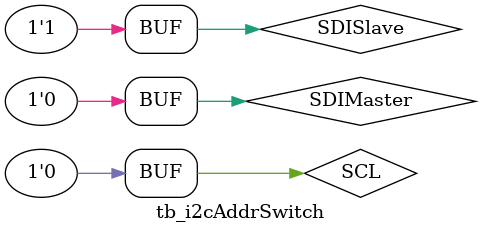
<source format=v>
`timescale 1ns / 1ps


module tb_i2cAddrSwitch(
    
    );
    reg SDIMaster, SDISlave;
    reg SCL;
    wire [3:0] state;
    wire SDOMaster, SDOSlave;
    wire [6:0] slaveAddr;
    
    i2cAddrSwitch test(SDIMaster, SDISlave, SCL, state[3:0], SDOMaster, SDOSlave, slaveAddr[6:0]);
    
    initial begin//test a wire.write()
        SCL = 0;
        SDIMaster = 0;
        SDISlave = 0;
        
        #10 SCL = 1;//test start
        #10 SCL = 0;
        #10 SCL = 1;
        #10 SCL = 0;
        
        #10 SCL = 1;
        #5 SDIMaster = 1;//start bit
        SDISlave = 1;//see if this messes anything up
        #5 SCL = 0;
        
        SDIMaster = 1;//start slave addr
        #10 SCL = 1;
        #10 SCL = 0;
        SDIMaster = 1;
        #10 SCL = 1;
        #10 SCL = 0;
        SDIMaster = 1;
        #10 SCL = 1;
        #10 SCL = 0;
        SDIMaster = 1;
        #10 SCL = 1;
        #10 SCL = 0;
        SDIMaster = 1;
        #10 SCL = 1;
        #10 SCL = 0;
        SDIMaster = 1;
        #10 SCL = 1;
        #10 SCL = 0;
        SDIMaster = 1;
        #10 SCL = 1;
        #10 SCL = 0;//end slave addr
        
        SDIMaster = 0;//start rw bit
        #10 SCL = 1;
        #10 SCL = 0;//end rw bit
        
        SDISlave = 0;//nack bit to test ack loop
        #10 SCL = 1;
        #10 SCL = 0;
        SDISlave = 1;//actual ack bit
        SDIMaster = 1;
        #10 SCL = 1;
        #10 SCL = 0;
        
        #10 SCL = 1;//test stop bit
        #5 SDIMaster = 0;
        #5 SCL = 0;
        
        #10 SCL = 1;//idle test
        #10 SCL = 0;
        #10 SCL = 1;
        #10 SCL = 0;
        
    end
    
endmodule

</source>
